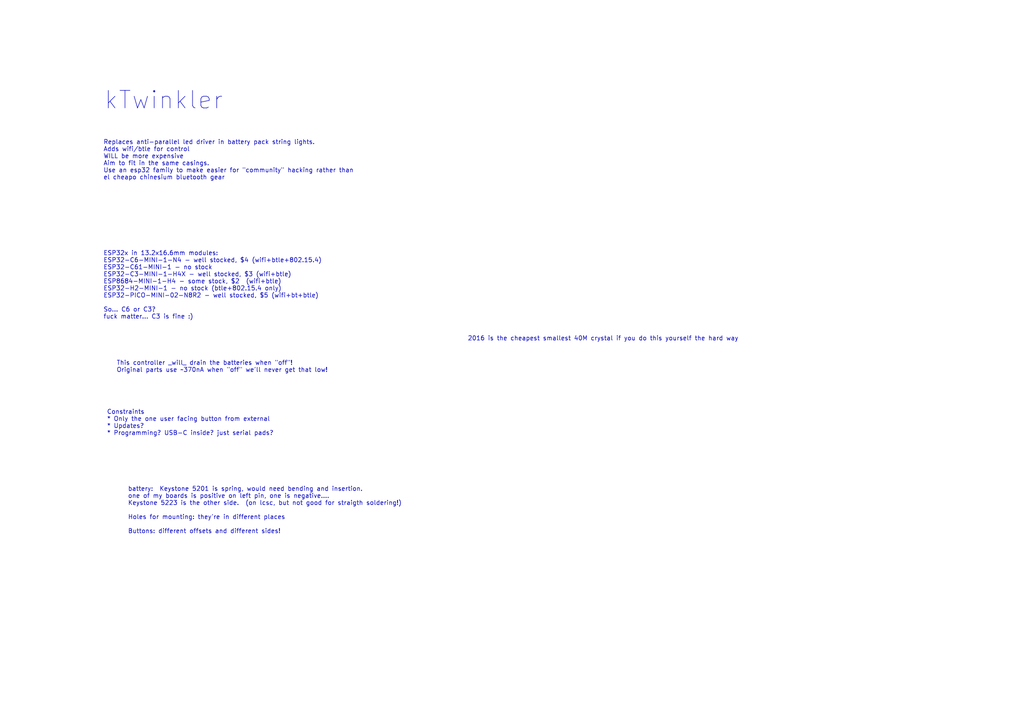
<source format=kicad_sch>
(kicad_sch
	(version 20250114)
	(generator "eeschema")
	(generator_version "9.0")
	(uuid "48773b41-b773-40e2-8ba4-2e78c7a3e45f")
	(paper "A4")
	(lib_symbols)
	(text "Replaces anti-parallel led driver in battery pack string lights.\nAdds wifi/btle for control\nWILL be more expensive\nAim to fit in the same casings.\nUse an esp32 family to make easier for \"community\" hacking rather than\nel cheapo chinesium bluetooth gear"
		(exclude_from_sim no)
		(at 29.972 46.482 0)
		(effects
			(font
				(size 1.27 1.27)
			)
			(justify left)
		)
		(uuid "0ba762e4-086c-4a3e-b767-9bba81580135")
	)
	(text "kTwinkler"
		(exclude_from_sim no)
		(at 47.498 29.21 0)
		(effects
			(font
				(size 5.08 5.08)
			)
		)
		(uuid "49f25047-32d8-458e-9cb9-5ee256176565")
	)
	(text "Constraints\n* Only the one user facing button from external\n* Updates?\n* Programming? USB-C inside? just serial pads?\n"
		(exclude_from_sim no)
		(at 30.988 122.682 0)
		(effects
			(font
				(size 1.27 1.27)
			)
			(justify left)
		)
		(uuid "7696aca3-010c-43fa-ac85-a9b2b3ee4403")
	)
	(text "2016 is the cheapest smallest 40M crystal if you do this yourself the hard way"
		(exclude_from_sim no)
		(at 135.636 98.298 0)
		(effects
			(font
				(size 1.27 1.27)
			)
			(justify left)
		)
		(uuid "bb9fda81-6751-4e7f-8cd3-6242df4e7f0c")
	)
	(text "battery:  Keystone 5201 is spring, would need bending and insertion.\none of my boards is positive on left pin, one is negative....\nKeystone 5223 is the other side.  (on lcsc, but not good for straigth soldering!)\n\nHoles for mounting: they're in different places\n\nButtons: different offsets and different sides!\n"
		(exclude_from_sim no)
		(at 37.084 148.082 0)
		(effects
			(font
				(size 1.27 1.27)
			)
			(justify left)
		)
		(uuid "e40ce4a3-7589-4fa1-811a-29b7442500c9")
	)
	(text "This controller _will_ drain the batteries when \"off\"!\nOriginal parts use ~370nA when \"off\" we'll never get that low!"
		(exclude_from_sim no)
		(at 33.782 106.426 0)
		(effects
			(font
				(size 1.27 1.27)
			)
			(justify left)
		)
		(uuid "eea24f51-f0b7-4b28-9d32-9ef3091329a9")
	)
	(text "ESP32x in 13.2x16.6mm modules:\nESP32-C6-MINI-1-N4 - well stocked, $4 (wifi+btle+802.15.4)\nESP32-C61-MINI-1 - no stock\nESP32-C3-MINI-1-H4X - well stocked, $3 (wifi+btle)\nESP8684-MINI-1-H4 - some stock, $2  (wifi+btle)\nESP32-H2-MINI-1 - no stock (btle+802.15.4 only)\nESP32-PICO-MINI-02-N8R2 - well stocked, $5 (wifi+bt+btle)\n\nSo... C6 or C3?\nfuck matter... C3 is fine :)\n\n\n\n"
		(exclude_from_sim no)
		(at 29.972 85.852 0)
		(effects
			(font
				(size 1.27 1.27)
			)
			(justify left)
		)
		(uuid "f8b964e9-0f4d-4af1-a5c0-08490cf76d3b")
	)
	(sheet_instances
		(path "/"
			(page "1")
		)
	)
	(embedded_fonts no)
)

</source>
